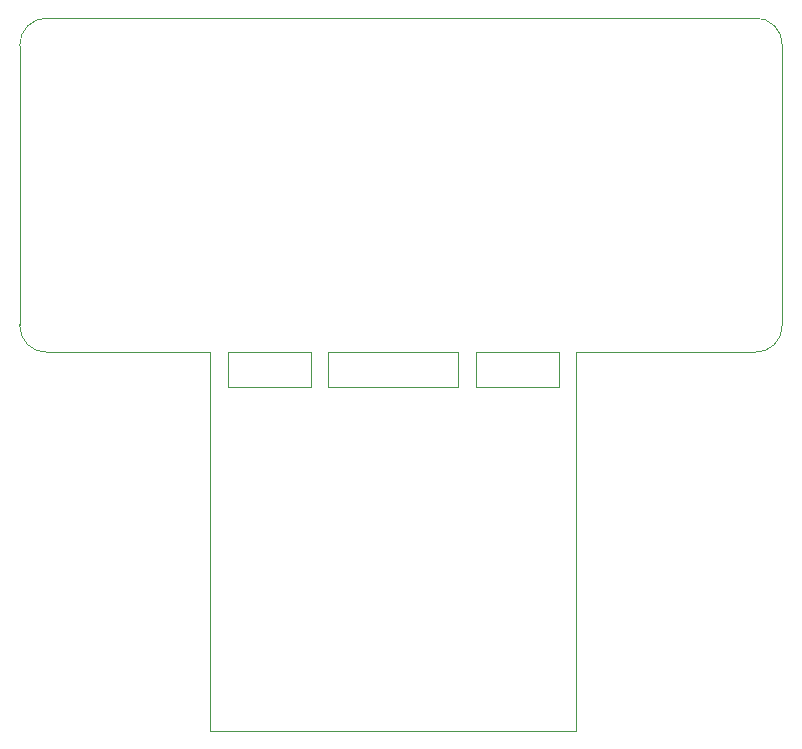
<source format=gm1>
%TF.GenerationSoftware,KiCad,Pcbnew,(6.0.7)*%
%TF.CreationDate,2022-08-03T19:32:55+08:00*%
%TF.ProjectId,Egret,45677265-742e-46b6-9963-61645f706362,rev?*%
%TF.SameCoordinates,Original*%
%TF.FileFunction,Profile,NP*%
%FSLAX46Y46*%
G04 Gerber Fmt 4.6, Leading zero omitted, Abs format (unit mm)*
G04 Created by KiCad (PCBNEW (6.0.7)) date 2022-08-03 19:32:55*
%MOMM*%
%LPD*%
G01*
G04 APERTURE LIST*
%TA.AperFunction,Profile*%
%ADD10C,0.100000*%
%TD*%
G04 APERTURE END LIST*
D10*
X181259997Y-75050000D02*
G75*
G03*
X178930000Y-72710000I-2240897J98700D01*
G01*
X119010000Y-101010000D02*
X132820000Y-101010000D01*
X163820000Y-101010000D02*
X178900000Y-101010000D01*
X155330000Y-101000000D02*
X162330000Y-101000000D01*
X162330000Y-101000000D02*
X162330000Y-103990000D01*
X162330000Y-103990000D02*
X155330000Y-103990000D01*
X155330000Y-103990000D02*
X155330000Y-101000000D01*
X178899998Y-101010042D02*
G75*
G03*
X181260000Y-98700000I115502J2242542D01*
G01*
X181260000Y-75050000D02*
X181260000Y-98700000D01*
X132820000Y-101010000D02*
X132830000Y-133040000D01*
X119030000Y-72709998D02*
G75*
G03*
X116700000Y-75050000I-42300J-2287902D01*
G01*
X119030000Y-72710000D02*
X178930000Y-72710000D01*
X132830000Y-133040000D02*
X163830000Y-133040000D01*
X163820000Y-101010000D02*
X163830000Y-133040000D01*
X142830000Y-101000000D02*
X153830000Y-101000000D01*
X153830000Y-101000000D02*
X153830000Y-103990000D01*
X153830000Y-103990000D02*
X142830000Y-103990000D01*
X142830000Y-103990000D02*
X142830000Y-101000000D01*
X134330000Y-101000000D02*
X141330000Y-101000000D01*
X141330000Y-101000000D02*
X141330000Y-103990000D01*
X141330000Y-103990000D02*
X134330000Y-103990000D01*
X134330000Y-103990000D02*
X134330000Y-101000000D01*
X116700000Y-75050000D02*
X116700000Y-98680000D01*
X116699966Y-98679999D02*
G75*
G03*
X119010000Y-101010000I2242334J-87001D01*
G01*
M02*

</source>
